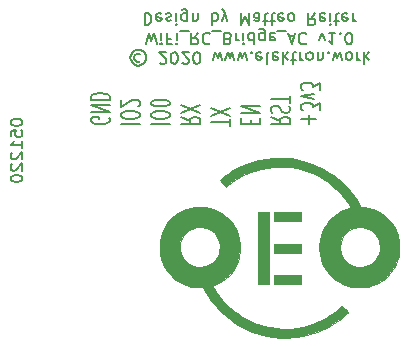
<source format=gbr>
%TF.GenerationSoftware,KiCad,Pcbnew,(5.1.7)-1*%
%TF.CreationDate,2020-12-05T12:34:15+01:00*%
%TF.ProjectId,WiFi-RC-Switch-Bridge_Outlet,57694669-2d52-4432-9d53-77697463682d,rev?*%
%TF.SameCoordinates,Original*%
%TF.FileFunction,Legend,Bot*%
%TF.FilePolarity,Positive*%
%FSLAX46Y46*%
G04 Gerber Fmt 4.6, Leading zero omitted, Abs format (unit mm)*
G04 Created by KiCad (PCBNEW (5.1.7)-1) date 2020-12-05 12:34:15*
%MOMM*%
%LPD*%
G01*
G04 APERTURE LIST*
%ADD10C,0.150000*%
%ADD11C,0.010000*%
G04 APERTURE END LIST*
D10*
X113117380Y-103616428D02*
X113117380Y-103711666D01*
X113165000Y-103806904D01*
X113212619Y-103854523D01*
X113307857Y-103902142D01*
X113498333Y-103949761D01*
X113736428Y-103949761D01*
X113926904Y-103902142D01*
X114022142Y-103854523D01*
X114069761Y-103806904D01*
X114117380Y-103711666D01*
X114117380Y-103616428D01*
X114069761Y-103521190D01*
X114022142Y-103473571D01*
X113926904Y-103425952D01*
X113736428Y-103378333D01*
X113498333Y-103378333D01*
X113307857Y-103425952D01*
X113212619Y-103473571D01*
X113165000Y-103521190D01*
X113117380Y-103616428D01*
X113117380Y-104854523D02*
X113117380Y-104378333D01*
X113593571Y-104330714D01*
X113545952Y-104378333D01*
X113498333Y-104473571D01*
X113498333Y-104711666D01*
X113545952Y-104806904D01*
X113593571Y-104854523D01*
X113688809Y-104902142D01*
X113926904Y-104902142D01*
X114022142Y-104854523D01*
X114069761Y-104806904D01*
X114117380Y-104711666D01*
X114117380Y-104473571D01*
X114069761Y-104378333D01*
X114022142Y-104330714D01*
X114117380Y-105854523D02*
X114117380Y-105283095D01*
X114117380Y-105568809D02*
X113117380Y-105568809D01*
X113260238Y-105473571D01*
X113355476Y-105378333D01*
X113403095Y-105283095D01*
X113212619Y-106235476D02*
X113165000Y-106283095D01*
X113117380Y-106378333D01*
X113117380Y-106616428D01*
X113165000Y-106711666D01*
X113212619Y-106759285D01*
X113307857Y-106806904D01*
X113403095Y-106806904D01*
X113545952Y-106759285D01*
X114117380Y-106187857D01*
X114117380Y-106806904D01*
X113212619Y-107187857D02*
X113165000Y-107235476D01*
X113117380Y-107330714D01*
X113117380Y-107568809D01*
X113165000Y-107664047D01*
X113212619Y-107711666D01*
X113307857Y-107759285D01*
X113403095Y-107759285D01*
X113545952Y-107711666D01*
X114117380Y-107140238D01*
X114117380Y-107759285D01*
X113117380Y-108378333D02*
X113117380Y-108473571D01*
X113165000Y-108568809D01*
X113212619Y-108616428D01*
X113307857Y-108664047D01*
X113498333Y-108711666D01*
X113736428Y-108711666D01*
X113926904Y-108664047D01*
X114022142Y-108616428D01*
X114069761Y-108568809D01*
X114117380Y-108473571D01*
X114117380Y-108378333D01*
X114069761Y-108283095D01*
X114022142Y-108235476D01*
X113926904Y-108187857D01*
X113736428Y-108140238D01*
X113498333Y-108140238D01*
X113307857Y-108187857D01*
X113212619Y-108235476D01*
X113165000Y-108283095D01*
X113117380Y-108378333D01*
X138350714Y-103804404D02*
X138350714Y-103042500D01*
X137741190Y-103423452D02*
X138960238Y-103423452D01*
X139341190Y-102661547D02*
X139341190Y-102042500D01*
X138731666Y-102375833D01*
X138731666Y-102232976D01*
X138655476Y-102137738D01*
X138579285Y-102090119D01*
X138426904Y-102042500D01*
X138045952Y-102042500D01*
X137893571Y-102090119D01*
X137817380Y-102137738D01*
X137741190Y-102232976D01*
X137741190Y-102518690D01*
X137817380Y-102613928D01*
X137893571Y-102661547D01*
X138807857Y-101709166D02*
X137741190Y-101471071D01*
X138807857Y-101232976D01*
X139341190Y-100947261D02*
X139341190Y-100328214D01*
X138731666Y-100661547D01*
X138731666Y-100518690D01*
X138655476Y-100423452D01*
X138579285Y-100375833D01*
X138426904Y-100328214D01*
X138045952Y-100328214D01*
X137893571Y-100375833D01*
X137817380Y-100423452D01*
X137741190Y-100518690D01*
X137741190Y-100804404D01*
X137817380Y-100899642D01*
X137893571Y-100947261D01*
X135191190Y-103232976D02*
X135953095Y-103566309D01*
X135191190Y-103804404D02*
X136791190Y-103804404D01*
X136791190Y-103423452D01*
X136715000Y-103328214D01*
X136638809Y-103280595D01*
X136486428Y-103232976D01*
X136257857Y-103232976D01*
X136105476Y-103280595D01*
X136029285Y-103328214D01*
X135953095Y-103423452D01*
X135953095Y-103804404D01*
X135267380Y-102852023D02*
X135191190Y-102709166D01*
X135191190Y-102471071D01*
X135267380Y-102375833D01*
X135343571Y-102328214D01*
X135495952Y-102280595D01*
X135648333Y-102280595D01*
X135800714Y-102328214D01*
X135876904Y-102375833D01*
X135953095Y-102471071D01*
X136029285Y-102661547D01*
X136105476Y-102756785D01*
X136181666Y-102804404D01*
X136334047Y-102852023D01*
X136486428Y-102852023D01*
X136638809Y-102804404D01*
X136715000Y-102756785D01*
X136791190Y-102661547D01*
X136791190Y-102423452D01*
X136715000Y-102280595D01*
X136791190Y-101994880D02*
X136791190Y-101423452D01*
X135191190Y-101709166D02*
X136791190Y-101709166D01*
X133479285Y-103804404D02*
X133479285Y-103471071D01*
X132641190Y-103328214D02*
X132641190Y-103804404D01*
X134241190Y-103804404D01*
X134241190Y-103328214D01*
X132641190Y-102899642D02*
X134241190Y-102899642D01*
X132641190Y-102328214D01*
X134241190Y-102328214D01*
X131691190Y-103947261D02*
X131691190Y-103375833D01*
X130091190Y-103661547D02*
X131691190Y-103661547D01*
X131691190Y-103137738D02*
X130091190Y-102471071D01*
X131691190Y-102471071D02*
X130091190Y-103137738D01*
X127541190Y-103232976D02*
X128303095Y-103566309D01*
X127541190Y-103804404D02*
X129141190Y-103804404D01*
X129141190Y-103423452D01*
X129065000Y-103328214D01*
X128988809Y-103280595D01*
X128836428Y-103232976D01*
X128607857Y-103232976D01*
X128455476Y-103280595D01*
X128379285Y-103328214D01*
X128303095Y-103423452D01*
X128303095Y-103804404D01*
X129141190Y-102899642D02*
X127541190Y-102232976D01*
X129141190Y-102232976D02*
X127541190Y-102899642D01*
X124991190Y-103804404D02*
X126591190Y-103804404D01*
X126591190Y-103137738D02*
X126591190Y-102947261D01*
X126515000Y-102852023D01*
X126362619Y-102756785D01*
X126057857Y-102709166D01*
X125524523Y-102709166D01*
X125219761Y-102756785D01*
X125067380Y-102852023D01*
X124991190Y-102947261D01*
X124991190Y-103137738D01*
X125067380Y-103232976D01*
X125219761Y-103328214D01*
X125524523Y-103375833D01*
X126057857Y-103375833D01*
X126362619Y-103328214D01*
X126515000Y-103232976D01*
X126591190Y-103137738D01*
X126591190Y-102090119D02*
X126591190Y-101994880D01*
X126515000Y-101899642D01*
X126438809Y-101852023D01*
X126286428Y-101804404D01*
X125981666Y-101756785D01*
X125600714Y-101756785D01*
X125295952Y-101804404D01*
X125143571Y-101852023D01*
X125067380Y-101899642D01*
X124991190Y-101994880D01*
X124991190Y-102090119D01*
X125067380Y-102185357D01*
X125143571Y-102232976D01*
X125295952Y-102280595D01*
X125600714Y-102328214D01*
X125981666Y-102328214D01*
X126286428Y-102280595D01*
X126438809Y-102232976D01*
X126515000Y-102185357D01*
X126591190Y-102090119D01*
X122441190Y-103804404D02*
X124041190Y-103804404D01*
X124041190Y-103137738D02*
X124041190Y-102947261D01*
X123965000Y-102852023D01*
X123812619Y-102756785D01*
X123507857Y-102709166D01*
X122974523Y-102709166D01*
X122669761Y-102756785D01*
X122517380Y-102852023D01*
X122441190Y-102947261D01*
X122441190Y-103137738D01*
X122517380Y-103232976D01*
X122669761Y-103328214D01*
X122974523Y-103375833D01*
X123507857Y-103375833D01*
X123812619Y-103328214D01*
X123965000Y-103232976D01*
X124041190Y-103137738D01*
X123888809Y-102328214D02*
X123965000Y-102280595D01*
X124041190Y-102185357D01*
X124041190Y-101947261D01*
X123965000Y-101852023D01*
X123888809Y-101804404D01*
X123736428Y-101756785D01*
X123584047Y-101756785D01*
X123355476Y-101804404D01*
X122441190Y-102375833D01*
X122441190Y-101756785D01*
X121415000Y-103280595D02*
X121491190Y-103375833D01*
X121491190Y-103518690D01*
X121415000Y-103661547D01*
X121262619Y-103756785D01*
X121110238Y-103804404D01*
X120805476Y-103852023D01*
X120576904Y-103852023D01*
X120272142Y-103804404D01*
X120119761Y-103756785D01*
X119967380Y-103661547D01*
X119891190Y-103518690D01*
X119891190Y-103423452D01*
X119967380Y-103280595D01*
X120043571Y-103232976D01*
X120576904Y-103232976D01*
X120576904Y-103423452D01*
X119891190Y-102804404D02*
X121491190Y-102804404D01*
X119891190Y-102232976D01*
X121491190Y-102232976D01*
X119891190Y-101756785D02*
X121491190Y-101756785D01*
X121491190Y-101518690D01*
X121415000Y-101375833D01*
X121262619Y-101280595D01*
X121110238Y-101232976D01*
X120805476Y-101185357D01*
X120576904Y-101185357D01*
X120272142Y-101232976D01*
X120119761Y-101280595D01*
X119967380Y-101375833D01*
X119891190Y-101518690D01*
X119891190Y-101756785D01*
X124111904Y-98479523D02*
X124016666Y-98527142D01*
X123826190Y-98527142D01*
X123730952Y-98479523D01*
X123635714Y-98384285D01*
X123588095Y-98289047D01*
X123588095Y-98098571D01*
X123635714Y-98003333D01*
X123730952Y-97908095D01*
X123826190Y-97860476D01*
X124016666Y-97860476D01*
X124111904Y-97908095D01*
X123921428Y-98860476D02*
X123683333Y-98812857D01*
X123445238Y-98670000D01*
X123302380Y-98431904D01*
X123254761Y-98193809D01*
X123302380Y-97955714D01*
X123445238Y-97717619D01*
X123683333Y-97574761D01*
X123921428Y-97527142D01*
X124159523Y-97574761D01*
X124397619Y-97717619D01*
X124540476Y-97955714D01*
X124588095Y-98193809D01*
X124540476Y-98431904D01*
X124397619Y-98670000D01*
X124159523Y-98812857D01*
X123921428Y-98860476D01*
X125730952Y-98622380D02*
X125778571Y-98670000D01*
X125873809Y-98717619D01*
X126111904Y-98717619D01*
X126207142Y-98670000D01*
X126254761Y-98622380D01*
X126302380Y-98527142D01*
X126302380Y-98431904D01*
X126254761Y-98289047D01*
X125683333Y-97717619D01*
X126302380Y-97717619D01*
X126921428Y-98717619D02*
X127016666Y-98717619D01*
X127111904Y-98670000D01*
X127159523Y-98622380D01*
X127207142Y-98527142D01*
X127254761Y-98336666D01*
X127254761Y-98098571D01*
X127207142Y-97908095D01*
X127159523Y-97812857D01*
X127111904Y-97765238D01*
X127016666Y-97717619D01*
X126921428Y-97717619D01*
X126826190Y-97765238D01*
X126778571Y-97812857D01*
X126730952Y-97908095D01*
X126683333Y-98098571D01*
X126683333Y-98336666D01*
X126730952Y-98527142D01*
X126778571Y-98622380D01*
X126826190Y-98670000D01*
X126921428Y-98717619D01*
X127635714Y-98622380D02*
X127683333Y-98670000D01*
X127778571Y-98717619D01*
X128016666Y-98717619D01*
X128111904Y-98670000D01*
X128159523Y-98622380D01*
X128207142Y-98527142D01*
X128207142Y-98431904D01*
X128159523Y-98289047D01*
X127588095Y-97717619D01*
X128207142Y-97717619D01*
X128826190Y-98717619D02*
X128921428Y-98717619D01*
X129016666Y-98670000D01*
X129064285Y-98622380D01*
X129111904Y-98527142D01*
X129159523Y-98336666D01*
X129159523Y-98098571D01*
X129111904Y-97908095D01*
X129064285Y-97812857D01*
X129016666Y-97765238D01*
X128921428Y-97717619D01*
X128826190Y-97717619D01*
X128730952Y-97765238D01*
X128683333Y-97812857D01*
X128635714Y-97908095D01*
X128588095Y-98098571D01*
X128588095Y-98336666D01*
X128635714Y-98527142D01*
X128683333Y-98622380D01*
X128730952Y-98670000D01*
X128826190Y-98717619D01*
X130254761Y-98384285D02*
X130445238Y-97717619D01*
X130635714Y-98193809D01*
X130826190Y-97717619D01*
X131016666Y-98384285D01*
X131302380Y-98384285D02*
X131492857Y-97717619D01*
X131683333Y-98193809D01*
X131873809Y-97717619D01*
X132064285Y-98384285D01*
X132350000Y-98384285D02*
X132540476Y-97717619D01*
X132730952Y-98193809D01*
X132921428Y-97717619D01*
X133111904Y-98384285D01*
X133492857Y-97812857D02*
X133540476Y-97765238D01*
X133492857Y-97717619D01*
X133445238Y-97765238D01*
X133492857Y-97812857D01*
X133492857Y-97717619D01*
X134350000Y-97765238D02*
X134254761Y-97717619D01*
X134064285Y-97717619D01*
X133969047Y-97765238D01*
X133921428Y-97860476D01*
X133921428Y-98241428D01*
X133969047Y-98336666D01*
X134064285Y-98384285D01*
X134254761Y-98384285D01*
X134350000Y-98336666D01*
X134397619Y-98241428D01*
X134397619Y-98146190D01*
X133921428Y-98050952D01*
X134969047Y-97717619D02*
X134873809Y-97765238D01*
X134826190Y-97860476D01*
X134826190Y-98717619D01*
X135730952Y-97765238D02*
X135635714Y-97717619D01*
X135445238Y-97717619D01*
X135350000Y-97765238D01*
X135302380Y-97860476D01*
X135302380Y-98241428D01*
X135350000Y-98336666D01*
X135445238Y-98384285D01*
X135635714Y-98384285D01*
X135730952Y-98336666D01*
X135778571Y-98241428D01*
X135778571Y-98146190D01*
X135302380Y-98050952D01*
X136207142Y-97717619D02*
X136207142Y-98717619D01*
X136302380Y-98098571D02*
X136588095Y-97717619D01*
X136588095Y-98384285D02*
X136207142Y-98003333D01*
X136873809Y-98384285D02*
X137254761Y-98384285D01*
X137016666Y-98717619D02*
X137016666Y-97860476D01*
X137064285Y-97765238D01*
X137159523Y-97717619D01*
X137254761Y-97717619D01*
X137588095Y-97717619D02*
X137588095Y-98384285D01*
X137588095Y-98193809D02*
X137635714Y-98289047D01*
X137683333Y-98336666D01*
X137778571Y-98384285D01*
X137873809Y-98384285D01*
X138350000Y-97717619D02*
X138254761Y-97765238D01*
X138207142Y-97812857D01*
X138159523Y-97908095D01*
X138159523Y-98193809D01*
X138207142Y-98289047D01*
X138254761Y-98336666D01*
X138350000Y-98384285D01*
X138492857Y-98384285D01*
X138588095Y-98336666D01*
X138635714Y-98289047D01*
X138683333Y-98193809D01*
X138683333Y-97908095D01*
X138635714Y-97812857D01*
X138588095Y-97765238D01*
X138492857Y-97717619D01*
X138350000Y-97717619D01*
X139111904Y-98384285D02*
X139111904Y-97717619D01*
X139111904Y-98289047D02*
X139159523Y-98336666D01*
X139254761Y-98384285D01*
X139397619Y-98384285D01*
X139492857Y-98336666D01*
X139540476Y-98241428D01*
X139540476Y-97717619D01*
X140016666Y-97812857D02*
X140064285Y-97765238D01*
X140016666Y-97717619D01*
X139969047Y-97765238D01*
X140016666Y-97812857D01*
X140016666Y-97717619D01*
X140397619Y-98384285D02*
X140588095Y-97717619D01*
X140778571Y-98193809D01*
X140969047Y-97717619D01*
X141159523Y-98384285D01*
X141683333Y-97717619D02*
X141588095Y-97765238D01*
X141540476Y-97812857D01*
X141492857Y-97908095D01*
X141492857Y-98193809D01*
X141540476Y-98289047D01*
X141588095Y-98336666D01*
X141683333Y-98384285D01*
X141826190Y-98384285D01*
X141921428Y-98336666D01*
X141969047Y-98289047D01*
X142016666Y-98193809D01*
X142016666Y-97908095D01*
X141969047Y-97812857D01*
X141921428Y-97765238D01*
X141826190Y-97717619D01*
X141683333Y-97717619D01*
X142445238Y-97717619D02*
X142445238Y-98384285D01*
X142445238Y-98193809D02*
X142492857Y-98289047D01*
X142540476Y-98336666D01*
X142635714Y-98384285D01*
X142730952Y-98384285D01*
X143064285Y-97717619D02*
X143064285Y-98717619D01*
X143159523Y-98098571D02*
X143445238Y-97717619D01*
X143445238Y-98384285D02*
X143064285Y-98003333D01*
X124611904Y-97067619D02*
X124850000Y-96067619D01*
X125040476Y-96781904D01*
X125230952Y-96067619D01*
X125469047Y-97067619D01*
X125850000Y-96067619D02*
X125850000Y-96734285D01*
X125850000Y-97067619D02*
X125802380Y-97020000D01*
X125850000Y-96972380D01*
X125897619Y-97020000D01*
X125850000Y-97067619D01*
X125850000Y-96972380D01*
X126659523Y-96591428D02*
X126326190Y-96591428D01*
X126326190Y-96067619D02*
X126326190Y-97067619D01*
X126802380Y-97067619D01*
X127183333Y-96067619D02*
X127183333Y-96734285D01*
X127183333Y-97067619D02*
X127135714Y-97020000D01*
X127183333Y-96972380D01*
X127230952Y-97020000D01*
X127183333Y-97067619D01*
X127183333Y-96972380D01*
X127421428Y-95972380D02*
X128183333Y-95972380D01*
X128992857Y-96067619D02*
X128659523Y-96543809D01*
X128421428Y-96067619D02*
X128421428Y-97067619D01*
X128802380Y-97067619D01*
X128897619Y-97020000D01*
X128945238Y-96972380D01*
X128992857Y-96877142D01*
X128992857Y-96734285D01*
X128945238Y-96639047D01*
X128897619Y-96591428D01*
X128802380Y-96543809D01*
X128421428Y-96543809D01*
X129992857Y-96162857D02*
X129945238Y-96115238D01*
X129802380Y-96067619D01*
X129707142Y-96067619D01*
X129564285Y-96115238D01*
X129469047Y-96210476D01*
X129421428Y-96305714D01*
X129373809Y-96496190D01*
X129373809Y-96639047D01*
X129421428Y-96829523D01*
X129469047Y-96924761D01*
X129564285Y-97020000D01*
X129707142Y-97067619D01*
X129802380Y-97067619D01*
X129945238Y-97020000D01*
X129992857Y-96972380D01*
X130183333Y-95972380D02*
X130945238Y-95972380D01*
X131516666Y-96591428D02*
X131659523Y-96543809D01*
X131707142Y-96496190D01*
X131754761Y-96400952D01*
X131754761Y-96258095D01*
X131707142Y-96162857D01*
X131659523Y-96115238D01*
X131564285Y-96067619D01*
X131183333Y-96067619D01*
X131183333Y-97067619D01*
X131516666Y-97067619D01*
X131611904Y-97020000D01*
X131659523Y-96972380D01*
X131707142Y-96877142D01*
X131707142Y-96781904D01*
X131659523Y-96686666D01*
X131611904Y-96639047D01*
X131516666Y-96591428D01*
X131183333Y-96591428D01*
X132183333Y-96067619D02*
X132183333Y-96734285D01*
X132183333Y-96543809D02*
X132230952Y-96639047D01*
X132278571Y-96686666D01*
X132373809Y-96734285D01*
X132469047Y-96734285D01*
X132802380Y-96067619D02*
X132802380Y-96734285D01*
X132802380Y-97067619D02*
X132754761Y-97020000D01*
X132802380Y-96972380D01*
X132850000Y-97020000D01*
X132802380Y-97067619D01*
X132802380Y-96972380D01*
X133707142Y-96067619D02*
X133707142Y-97067619D01*
X133707142Y-96115238D02*
X133611904Y-96067619D01*
X133421428Y-96067619D01*
X133326190Y-96115238D01*
X133278571Y-96162857D01*
X133230952Y-96258095D01*
X133230952Y-96543809D01*
X133278571Y-96639047D01*
X133326190Y-96686666D01*
X133421428Y-96734285D01*
X133611904Y-96734285D01*
X133707142Y-96686666D01*
X134611904Y-96734285D02*
X134611904Y-95924761D01*
X134564285Y-95829523D01*
X134516666Y-95781904D01*
X134421428Y-95734285D01*
X134278571Y-95734285D01*
X134183333Y-95781904D01*
X134611904Y-96115238D02*
X134516666Y-96067619D01*
X134326190Y-96067619D01*
X134230952Y-96115238D01*
X134183333Y-96162857D01*
X134135714Y-96258095D01*
X134135714Y-96543809D01*
X134183333Y-96639047D01*
X134230952Y-96686666D01*
X134326190Y-96734285D01*
X134516666Y-96734285D01*
X134611904Y-96686666D01*
X135469047Y-96115238D02*
X135373809Y-96067619D01*
X135183333Y-96067619D01*
X135088095Y-96115238D01*
X135040476Y-96210476D01*
X135040476Y-96591428D01*
X135088095Y-96686666D01*
X135183333Y-96734285D01*
X135373809Y-96734285D01*
X135469047Y-96686666D01*
X135516666Y-96591428D01*
X135516666Y-96496190D01*
X135040476Y-96400952D01*
X135707142Y-95972380D02*
X136469047Y-95972380D01*
X136659523Y-96353333D02*
X137135714Y-96353333D01*
X136564285Y-96067619D02*
X136897619Y-97067619D01*
X137230952Y-96067619D01*
X138135714Y-96162857D02*
X138088095Y-96115238D01*
X137945238Y-96067619D01*
X137850000Y-96067619D01*
X137707142Y-96115238D01*
X137611904Y-96210476D01*
X137564285Y-96305714D01*
X137516666Y-96496190D01*
X137516666Y-96639047D01*
X137564285Y-96829523D01*
X137611904Y-96924761D01*
X137707142Y-97020000D01*
X137850000Y-97067619D01*
X137945238Y-97067619D01*
X138088095Y-97020000D01*
X138135714Y-96972380D01*
X139230952Y-96734285D02*
X139469047Y-96067619D01*
X139707142Y-96734285D01*
X140611904Y-96067619D02*
X140040476Y-96067619D01*
X140326190Y-96067619D02*
X140326190Y-97067619D01*
X140230952Y-96924761D01*
X140135714Y-96829523D01*
X140040476Y-96781904D01*
X141040476Y-96162857D02*
X141088095Y-96115238D01*
X141040476Y-96067619D01*
X140992857Y-96115238D01*
X141040476Y-96162857D01*
X141040476Y-96067619D01*
X141707142Y-97067619D02*
X141802380Y-97067619D01*
X141897619Y-97020000D01*
X141945238Y-96972380D01*
X141992857Y-96877142D01*
X142040476Y-96686666D01*
X142040476Y-96448571D01*
X141992857Y-96258095D01*
X141945238Y-96162857D01*
X141897619Y-96115238D01*
X141802380Y-96067619D01*
X141707142Y-96067619D01*
X141611904Y-96115238D01*
X141564285Y-96162857D01*
X141516666Y-96258095D01*
X141469047Y-96448571D01*
X141469047Y-96686666D01*
X141516666Y-96877142D01*
X141564285Y-96972380D01*
X141611904Y-97020000D01*
X141707142Y-97067619D01*
X124469047Y-94417619D02*
X124469047Y-95417619D01*
X124707142Y-95417619D01*
X124850000Y-95370000D01*
X124945238Y-95274761D01*
X124992857Y-95179523D01*
X125040476Y-94989047D01*
X125040476Y-94846190D01*
X124992857Y-94655714D01*
X124945238Y-94560476D01*
X124850000Y-94465238D01*
X124707142Y-94417619D01*
X124469047Y-94417619D01*
X125850000Y-94465238D02*
X125754761Y-94417619D01*
X125564285Y-94417619D01*
X125469047Y-94465238D01*
X125421428Y-94560476D01*
X125421428Y-94941428D01*
X125469047Y-95036666D01*
X125564285Y-95084285D01*
X125754761Y-95084285D01*
X125850000Y-95036666D01*
X125897619Y-94941428D01*
X125897619Y-94846190D01*
X125421428Y-94750952D01*
X126278571Y-94465238D02*
X126373809Y-94417619D01*
X126564285Y-94417619D01*
X126659523Y-94465238D01*
X126707142Y-94560476D01*
X126707142Y-94608095D01*
X126659523Y-94703333D01*
X126564285Y-94750952D01*
X126421428Y-94750952D01*
X126326190Y-94798571D01*
X126278571Y-94893809D01*
X126278571Y-94941428D01*
X126326190Y-95036666D01*
X126421428Y-95084285D01*
X126564285Y-95084285D01*
X126659523Y-95036666D01*
X127135714Y-94417619D02*
X127135714Y-95084285D01*
X127135714Y-95417619D02*
X127088095Y-95370000D01*
X127135714Y-95322380D01*
X127183333Y-95370000D01*
X127135714Y-95417619D01*
X127135714Y-95322380D01*
X128040476Y-95084285D02*
X128040476Y-94274761D01*
X127992857Y-94179523D01*
X127945238Y-94131904D01*
X127850000Y-94084285D01*
X127707142Y-94084285D01*
X127611904Y-94131904D01*
X128040476Y-94465238D02*
X127945238Y-94417619D01*
X127754761Y-94417619D01*
X127659523Y-94465238D01*
X127611904Y-94512857D01*
X127564285Y-94608095D01*
X127564285Y-94893809D01*
X127611904Y-94989047D01*
X127659523Y-95036666D01*
X127754761Y-95084285D01*
X127945238Y-95084285D01*
X128040476Y-95036666D01*
X128516666Y-95084285D02*
X128516666Y-94417619D01*
X128516666Y-94989047D02*
X128564285Y-95036666D01*
X128659523Y-95084285D01*
X128802380Y-95084285D01*
X128897619Y-95036666D01*
X128945238Y-94941428D01*
X128945238Y-94417619D01*
X130183333Y-94417619D02*
X130183333Y-95417619D01*
X130183333Y-95036666D02*
X130278571Y-95084285D01*
X130469047Y-95084285D01*
X130564285Y-95036666D01*
X130611904Y-94989047D01*
X130659523Y-94893809D01*
X130659523Y-94608095D01*
X130611904Y-94512857D01*
X130564285Y-94465238D01*
X130469047Y-94417619D01*
X130278571Y-94417619D01*
X130183333Y-94465238D01*
X130992857Y-95084285D02*
X131230952Y-94417619D01*
X131469047Y-95084285D02*
X131230952Y-94417619D01*
X131135714Y-94179523D01*
X131088095Y-94131904D01*
X130992857Y-94084285D01*
X132611904Y-94417619D02*
X132611904Y-95417619D01*
X132945238Y-94703333D01*
X133278571Y-95417619D01*
X133278571Y-94417619D01*
X134183333Y-94417619D02*
X134183333Y-94941428D01*
X134135714Y-95036666D01*
X134040476Y-95084285D01*
X133850000Y-95084285D01*
X133754761Y-95036666D01*
X134183333Y-94465238D02*
X134088095Y-94417619D01*
X133850000Y-94417619D01*
X133754761Y-94465238D01*
X133707142Y-94560476D01*
X133707142Y-94655714D01*
X133754761Y-94750952D01*
X133850000Y-94798571D01*
X134088095Y-94798571D01*
X134183333Y-94846190D01*
X134516666Y-95084285D02*
X134897619Y-95084285D01*
X134659523Y-95417619D02*
X134659523Y-94560476D01*
X134707142Y-94465238D01*
X134802380Y-94417619D01*
X134897619Y-94417619D01*
X135088095Y-95084285D02*
X135469047Y-95084285D01*
X135230952Y-95417619D02*
X135230952Y-94560476D01*
X135278571Y-94465238D01*
X135373809Y-94417619D01*
X135469047Y-94417619D01*
X136183333Y-94465238D02*
X136088095Y-94417619D01*
X135897619Y-94417619D01*
X135802380Y-94465238D01*
X135754761Y-94560476D01*
X135754761Y-94941428D01*
X135802380Y-95036666D01*
X135897619Y-95084285D01*
X136088095Y-95084285D01*
X136183333Y-95036666D01*
X136230952Y-94941428D01*
X136230952Y-94846190D01*
X135754761Y-94750952D01*
X136802380Y-94417619D02*
X136707142Y-94465238D01*
X136659523Y-94512857D01*
X136611904Y-94608095D01*
X136611904Y-94893809D01*
X136659523Y-94989047D01*
X136707142Y-95036666D01*
X136802380Y-95084285D01*
X136945238Y-95084285D01*
X137040476Y-95036666D01*
X137088095Y-94989047D01*
X137135714Y-94893809D01*
X137135714Y-94608095D01*
X137088095Y-94512857D01*
X137040476Y-94465238D01*
X136945238Y-94417619D01*
X136802380Y-94417619D01*
X138897619Y-94417619D02*
X138564285Y-94893809D01*
X138326190Y-94417619D02*
X138326190Y-95417619D01*
X138707142Y-95417619D01*
X138802380Y-95370000D01*
X138850000Y-95322380D01*
X138897619Y-95227142D01*
X138897619Y-95084285D01*
X138850000Y-94989047D01*
X138802380Y-94941428D01*
X138707142Y-94893809D01*
X138326190Y-94893809D01*
X139707142Y-94465238D02*
X139611904Y-94417619D01*
X139421428Y-94417619D01*
X139326190Y-94465238D01*
X139278571Y-94560476D01*
X139278571Y-94941428D01*
X139326190Y-95036666D01*
X139421428Y-95084285D01*
X139611904Y-95084285D01*
X139707142Y-95036666D01*
X139754761Y-94941428D01*
X139754761Y-94846190D01*
X139278571Y-94750952D01*
X140183333Y-94417619D02*
X140183333Y-95084285D01*
X140183333Y-95417619D02*
X140135714Y-95370000D01*
X140183333Y-95322380D01*
X140230952Y-95370000D01*
X140183333Y-95417619D01*
X140183333Y-95322380D01*
X140516666Y-95084285D02*
X140897619Y-95084285D01*
X140659523Y-95417619D02*
X140659523Y-94560476D01*
X140707142Y-94465238D01*
X140802380Y-94417619D01*
X140897619Y-94417619D01*
X141611904Y-94465238D02*
X141516666Y-94417619D01*
X141326190Y-94417619D01*
X141230952Y-94465238D01*
X141183333Y-94560476D01*
X141183333Y-94941428D01*
X141230952Y-95036666D01*
X141326190Y-95084285D01*
X141516666Y-95084285D01*
X141611904Y-95036666D01*
X141659523Y-94941428D01*
X141659523Y-94846190D01*
X141183333Y-94750952D01*
X142088095Y-94417619D02*
X142088095Y-95084285D01*
X142088095Y-94893809D02*
X142135714Y-94989047D01*
X142183333Y-95036666D01*
X142278571Y-95084285D01*
X142373809Y-95084285D01*
D11*
%TO.C,G\u002A\u002A\u002A*%
G36*
X142834902Y-117636253D02*
G01*
X142972516Y-117632541D01*
X143084536Y-117625337D01*
X143183560Y-117613495D01*
X143282184Y-117595873D01*
X143393003Y-117571324D01*
X143395700Y-117570691D01*
X143731174Y-117479157D01*
X144028273Y-117370140D01*
X144297591Y-117239659D01*
X144338882Y-117216485D01*
X144689658Y-116988127D01*
X145001977Y-116726603D01*
X145275493Y-116432337D01*
X145509860Y-116105751D01*
X145704730Y-115747271D01*
X145859608Y-115357765D01*
X145964984Y-114962322D01*
X146023668Y-114553509D01*
X146035588Y-114138129D01*
X146000674Y-113722987D01*
X145918855Y-113314885D01*
X145882153Y-113184905D01*
X145742534Y-112809883D01*
X145560172Y-112458544D01*
X145338631Y-112133791D01*
X145081474Y-111838527D01*
X144792265Y-111575656D01*
X144474569Y-111348079D01*
X144131948Y-111158699D01*
X143767966Y-111010419D01*
X143386189Y-110906142D01*
X143016827Y-110851067D01*
X142815755Y-110832900D01*
X142641327Y-110543462D01*
X142323335Y-110055498D01*
X141971360Y-109588450D01*
X141590758Y-109148053D01*
X141186881Y-108740043D01*
X140765082Y-108370156D01*
X140330715Y-108044126D01*
X140270008Y-108002847D01*
X139765668Y-107693125D01*
X139229766Y-107418443D01*
X138670109Y-107181735D01*
X138094506Y-106985936D01*
X137510764Y-106833981D01*
X136926690Y-106728804D01*
X136855200Y-106719240D01*
X136657421Y-106698639D01*
X136428796Y-106682750D01*
X136183726Y-106671943D01*
X135936616Y-106666589D01*
X135701870Y-106667057D01*
X135493891Y-106673718D01*
X135382000Y-106681358D01*
X134749584Y-106757767D01*
X134141726Y-106873201D01*
X133560882Y-107026935D01*
X133009509Y-107218243D01*
X132490063Y-107446400D01*
X132113811Y-107646493D01*
X131968176Y-107733217D01*
X131812068Y-107831115D01*
X131650993Y-107936238D01*
X131490456Y-108044636D01*
X131335960Y-108152360D01*
X131193011Y-108255461D01*
X131067114Y-108349990D01*
X130963772Y-108431997D01*
X130888492Y-108497533D01*
X130846777Y-108542649D01*
X130840512Y-108560009D01*
X130859762Y-108588119D01*
X130904414Y-108644442D01*
X130967218Y-108720523D01*
X131040927Y-108807904D01*
X131118292Y-108898132D01*
X131192064Y-108982749D01*
X131254994Y-109053300D01*
X131299835Y-109101329D01*
X131319179Y-109118400D01*
X131343825Y-109103435D01*
X131399263Y-109062845D01*
X131476900Y-109003089D01*
X131555217Y-108941015D01*
X131867596Y-108707755D01*
X132212766Y-108480714D01*
X132575679Y-108268643D01*
X132941289Y-108080288D01*
X133294550Y-107924401D01*
X133323059Y-107913110D01*
X133799689Y-107748665D01*
X134301025Y-107617855D01*
X134818717Y-107521396D01*
X135344416Y-107460001D01*
X135869773Y-107434387D01*
X136386438Y-107445268D01*
X136886062Y-107493357D01*
X137322247Y-107570803D01*
X137832587Y-107703964D01*
X138345736Y-107876825D01*
X138847738Y-108083875D01*
X139324633Y-108319604D01*
X139567343Y-108457202D01*
X139967899Y-108720582D01*
X140363105Y-109028916D01*
X140746964Y-109376360D01*
X141113478Y-109757074D01*
X141456649Y-110165214D01*
X141770480Y-110594938D01*
X141786852Y-110619205D01*
X141964534Y-110883700D01*
X141841917Y-110916153D01*
X141539723Y-111005031D01*
X141274186Y-111103596D01*
X141031290Y-111217949D01*
X140797018Y-111354186D01*
X140720605Y-111404055D01*
X140397860Y-111649701D01*
X140111630Y-111929023D01*
X139863490Y-112238819D01*
X139655015Y-112575889D01*
X139487781Y-112937032D01*
X139363363Y-113319047D01*
X139283335Y-113718733D01*
X139249644Y-114128407D01*
X141014096Y-114128407D01*
X141052338Y-113841419D01*
X141137746Y-113570623D01*
X141269371Y-113318801D01*
X141446259Y-113088736D01*
X141502881Y-113029482D01*
X141722262Y-112842112D01*
X141960608Y-112701043D01*
X142221468Y-112604595D01*
X142508388Y-112551088D01*
X142514578Y-112550428D01*
X142665944Y-112539938D01*
X142807947Y-112543658D01*
X142961184Y-112562947D01*
X143098186Y-112588928D01*
X143358406Y-112668123D01*
X143597182Y-112790202D01*
X143810820Y-112950451D01*
X143995625Y-113144156D01*
X144147905Y-113366605D01*
X144263965Y-113613082D01*
X144340111Y-113878874D01*
X144372650Y-114159267D01*
X144373600Y-114216499D01*
X144350168Y-114510385D01*
X144282362Y-114785459D01*
X144173915Y-115038402D01*
X144028560Y-115265893D01*
X143850032Y-115464612D01*
X143642063Y-115631240D01*
X143408386Y-115762456D01*
X143152737Y-115854940D01*
X142878847Y-115905372D01*
X142590450Y-115910432D01*
X142480374Y-115900085D01*
X142190827Y-115840178D01*
X141925386Y-115737336D01*
X141687305Y-115594847D01*
X141479840Y-115415999D01*
X141306247Y-115204083D01*
X141169780Y-114962385D01*
X141073695Y-114694195D01*
X141023974Y-114428808D01*
X141014096Y-114128407D01*
X139249644Y-114128407D01*
X139249275Y-114132889D01*
X139251640Y-114388900D01*
X139292620Y-114816831D01*
X139377654Y-115219713D01*
X139507145Y-115598483D01*
X139681495Y-115954080D01*
X139901108Y-116287442D01*
X140166388Y-116599506D01*
X140230132Y-116664612D01*
X140513419Y-116921545D01*
X140805223Y-117133681D01*
X141115132Y-117307010D01*
X141452732Y-117447523D01*
X141520182Y-117470799D01*
X141715604Y-117531976D01*
X141893602Y-117577020D01*
X142068327Y-117608005D01*
X142253931Y-117627004D01*
X142464565Y-117636089D01*
X142659100Y-117637616D01*
X142834902Y-117636253D01*
G37*
X142834902Y-117636253D02*
X142972516Y-117632541D01*
X143084536Y-117625337D01*
X143183560Y-117613495D01*
X143282184Y-117595873D01*
X143393003Y-117571324D01*
X143395700Y-117570691D01*
X143731174Y-117479157D01*
X144028273Y-117370140D01*
X144297591Y-117239659D01*
X144338882Y-117216485D01*
X144689658Y-116988127D01*
X145001977Y-116726603D01*
X145275493Y-116432337D01*
X145509860Y-116105751D01*
X145704730Y-115747271D01*
X145859608Y-115357765D01*
X145964984Y-114962322D01*
X146023668Y-114553509D01*
X146035588Y-114138129D01*
X146000674Y-113722987D01*
X145918855Y-113314885D01*
X145882153Y-113184905D01*
X145742534Y-112809883D01*
X145560172Y-112458544D01*
X145338631Y-112133791D01*
X145081474Y-111838527D01*
X144792265Y-111575656D01*
X144474569Y-111348079D01*
X144131948Y-111158699D01*
X143767966Y-111010419D01*
X143386189Y-110906142D01*
X143016827Y-110851067D01*
X142815755Y-110832900D01*
X142641327Y-110543462D01*
X142323335Y-110055498D01*
X141971360Y-109588450D01*
X141590758Y-109148053D01*
X141186881Y-108740043D01*
X140765082Y-108370156D01*
X140330715Y-108044126D01*
X140270008Y-108002847D01*
X139765668Y-107693125D01*
X139229766Y-107418443D01*
X138670109Y-107181735D01*
X138094506Y-106985936D01*
X137510764Y-106833981D01*
X136926690Y-106728804D01*
X136855200Y-106719240D01*
X136657421Y-106698639D01*
X136428796Y-106682750D01*
X136183726Y-106671943D01*
X135936616Y-106666589D01*
X135701870Y-106667057D01*
X135493891Y-106673718D01*
X135382000Y-106681358D01*
X134749584Y-106757767D01*
X134141726Y-106873201D01*
X133560882Y-107026935D01*
X133009509Y-107218243D01*
X132490063Y-107446400D01*
X132113811Y-107646493D01*
X131968176Y-107733217D01*
X131812068Y-107831115D01*
X131650993Y-107936238D01*
X131490456Y-108044636D01*
X131335960Y-108152360D01*
X131193011Y-108255461D01*
X131067114Y-108349990D01*
X130963772Y-108431997D01*
X130888492Y-108497533D01*
X130846777Y-108542649D01*
X130840512Y-108560009D01*
X130859762Y-108588119D01*
X130904414Y-108644442D01*
X130967218Y-108720523D01*
X131040927Y-108807904D01*
X131118292Y-108898132D01*
X131192064Y-108982749D01*
X131254994Y-109053300D01*
X131299835Y-109101329D01*
X131319179Y-109118400D01*
X131343825Y-109103435D01*
X131399263Y-109062845D01*
X131476900Y-109003089D01*
X131555217Y-108941015D01*
X131867596Y-108707755D01*
X132212766Y-108480714D01*
X132575679Y-108268643D01*
X132941289Y-108080288D01*
X133294550Y-107924401D01*
X133323059Y-107913110D01*
X133799689Y-107748665D01*
X134301025Y-107617855D01*
X134818717Y-107521396D01*
X135344416Y-107460001D01*
X135869773Y-107434387D01*
X136386438Y-107445268D01*
X136886062Y-107493357D01*
X137322247Y-107570803D01*
X137832587Y-107703964D01*
X138345736Y-107876825D01*
X138847738Y-108083875D01*
X139324633Y-108319604D01*
X139567343Y-108457202D01*
X139967899Y-108720582D01*
X140363105Y-109028916D01*
X140746964Y-109376360D01*
X141113478Y-109757074D01*
X141456649Y-110165214D01*
X141770480Y-110594938D01*
X141786852Y-110619205D01*
X141964534Y-110883700D01*
X141841917Y-110916153D01*
X141539723Y-111005031D01*
X141274186Y-111103596D01*
X141031290Y-111217949D01*
X140797018Y-111354186D01*
X140720605Y-111404055D01*
X140397860Y-111649701D01*
X140111630Y-111929023D01*
X139863490Y-112238819D01*
X139655015Y-112575889D01*
X139487781Y-112937032D01*
X139363363Y-113319047D01*
X139283335Y-113718733D01*
X139249644Y-114128407D01*
X141014096Y-114128407D01*
X141052338Y-113841419D01*
X141137746Y-113570623D01*
X141269371Y-113318801D01*
X141446259Y-113088736D01*
X141502881Y-113029482D01*
X141722262Y-112842112D01*
X141960608Y-112701043D01*
X142221468Y-112604595D01*
X142508388Y-112551088D01*
X142514578Y-112550428D01*
X142665944Y-112539938D01*
X142807947Y-112543658D01*
X142961184Y-112562947D01*
X143098186Y-112588928D01*
X143358406Y-112668123D01*
X143597182Y-112790202D01*
X143810820Y-112950451D01*
X143995625Y-113144156D01*
X144147905Y-113366605D01*
X144263965Y-113613082D01*
X144340111Y-113878874D01*
X144372650Y-114159267D01*
X144373600Y-114216499D01*
X144350168Y-114510385D01*
X144282362Y-114785459D01*
X144173915Y-115038402D01*
X144028560Y-115265893D01*
X143850032Y-115464612D01*
X143642063Y-115631240D01*
X143408386Y-115762456D01*
X143152737Y-115854940D01*
X142878847Y-115905372D01*
X142590450Y-115910432D01*
X142480374Y-115900085D01*
X142190827Y-115840178D01*
X141925386Y-115737336D01*
X141687305Y-115594847D01*
X141479840Y-115415999D01*
X141306247Y-115204083D01*
X141169780Y-114962385D01*
X141073695Y-114694195D01*
X141023974Y-114428808D01*
X141014096Y-114128407D01*
X139249644Y-114128407D01*
X139249275Y-114132889D01*
X139251640Y-114388900D01*
X139292620Y-114816831D01*
X139377654Y-115219713D01*
X139507145Y-115598483D01*
X139681495Y-115954080D01*
X139901108Y-116287442D01*
X140166388Y-116599506D01*
X140230132Y-116664612D01*
X140513419Y-116921545D01*
X140805223Y-117133681D01*
X141115132Y-117307010D01*
X141452732Y-117447523D01*
X141520182Y-117470799D01*
X141715604Y-117531976D01*
X141893602Y-117577020D01*
X142068327Y-117608005D01*
X142253931Y-117627004D01*
X142464565Y-117636089D01*
X142659100Y-117637616D01*
X142834902Y-117636253D01*
G36*
X136442308Y-121902478D02*
G01*
X136691856Y-121896186D01*
X136924923Y-121884592D01*
X137128121Y-121867803D01*
X137198100Y-121859647D01*
X137845859Y-121753705D01*
X138463741Y-121607044D01*
X139052766Y-121419269D01*
X139613957Y-121189982D01*
X140148335Y-120918788D01*
X140656922Y-120605290D01*
X140930200Y-120411585D01*
X141063096Y-120310348D01*
X141197353Y-120203786D01*
X141326941Y-120097144D01*
X141445827Y-119995664D01*
X141547981Y-119904590D01*
X141627371Y-119829167D01*
X141677966Y-119774638D01*
X141693900Y-119747595D01*
X141677135Y-119719072D01*
X141631112Y-119661840D01*
X141562235Y-119583362D01*
X141476911Y-119491107D01*
X141446182Y-119458856D01*
X141198465Y-119200770D01*
X140938182Y-119425607D01*
X140562511Y-119733244D01*
X140193969Y-119999341D01*
X139822476Y-120230157D01*
X139437956Y-120431950D01*
X139030330Y-120610980D01*
X139027747Y-120612017D01*
X138470982Y-120810142D01*
X137904362Y-120962501D01*
X137332015Y-121068717D01*
X136758071Y-121128412D01*
X136186660Y-121141207D01*
X135621911Y-121106727D01*
X135067954Y-121024593D01*
X134899400Y-120989471D01*
X134296967Y-120830743D01*
X133722140Y-120629409D01*
X133174726Y-120385382D01*
X132654533Y-120098574D01*
X132161370Y-119768901D01*
X132110775Y-119731517D01*
X131994222Y-119638057D01*
X131852228Y-119513844D01*
X131692545Y-119366580D01*
X131522927Y-119203966D01*
X131351128Y-119033704D01*
X131184900Y-118863495D01*
X131031996Y-118701042D01*
X130900171Y-118554045D01*
X130797177Y-118430206D01*
X130785228Y-118414800D01*
X130657342Y-118243528D01*
X130528417Y-118062773D01*
X130407387Y-117885542D01*
X130303187Y-117724844D01*
X130242235Y-117624331D01*
X130174017Y-117506962D01*
X130333258Y-117448630D01*
X130704497Y-117286473D01*
X131050390Y-117082726D01*
X131367596Y-116840806D01*
X131652773Y-116564132D01*
X131902580Y-116256122D01*
X132113674Y-115920195D01*
X132282715Y-115559768D01*
X132343607Y-115392200D01*
X132422298Y-115132571D01*
X132476989Y-114894007D01*
X132511731Y-114655223D01*
X132529688Y-114414300D01*
X132525968Y-113993463D01*
X132475557Y-113585433D01*
X132380374Y-113193309D01*
X132242334Y-112820191D01*
X132063353Y-112469180D01*
X131845350Y-112143374D01*
X131590241Y-111845875D01*
X131299942Y-111579783D01*
X130976369Y-111348196D01*
X130621441Y-111154215D01*
X130473571Y-111088861D01*
X130223649Y-111000001D01*
X129943301Y-110925494D01*
X129651976Y-110870024D01*
X129467458Y-110846547D01*
X129300057Y-110831738D01*
X129160961Y-110825138D01*
X129028806Y-110826794D01*
X128882227Y-110836753D01*
X128765300Y-110848096D01*
X128357109Y-110915025D01*
X127967045Y-111027616D01*
X127598170Y-111183472D01*
X127253549Y-111380197D01*
X126936243Y-111615392D01*
X126649316Y-111886662D01*
X126395831Y-112191608D01*
X126178851Y-112527835D01*
X126001439Y-112892945D01*
X125936950Y-113061424D01*
X125843699Y-113384735D01*
X125780057Y-113734376D01*
X125747249Y-114095304D01*
X125747053Y-114189388D01*
X127462300Y-114189388D01*
X127488470Y-113918034D01*
X127558381Y-113650567D01*
X127631503Y-113474500D01*
X127779964Y-113223645D01*
X127964934Y-113006968D01*
X128183004Y-112827248D01*
X128430766Y-112687265D01*
X128704810Y-112589796D01*
X128722334Y-112585279D01*
X128848762Y-112564543D01*
X129008783Y-112554598D01*
X129186471Y-112554885D01*
X129365903Y-112564844D01*
X129531156Y-112583916D01*
X129666306Y-112611541D01*
X129692400Y-112619352D01*
X129951709Y-112728931D01*
X130181586Y-112876843D01*
X130379839Y-113058538D01*
X130544273Y-113269468D01*
X130672694Y-113505085D01*
X130762909Y-113760840D01*
X130812724Y-114032185D01*
X130819945Y-114314570D01*
X130782380Y-114603448D01*
X130735892Y-114782989D01*
X130648791Y-114992648D01*
X130521854Y-115200586D01*
X130364899Y-115394350D01*
X130187744Y-115561486D01*
X130038883Y-115667162D01*
X129859671Y-115763172D01*
X129681495Y-115829978D01*
X129489135Y-115871750D01*
X129267374Y-115892660D01*
X129207288Y-115895063D01*
X129006737Y-115896335D01*
X128839508Y-115883941D01*
X128689180Y-115854528D01*
X128539334Y-115804745D01*
X128373548Y-115731240D01*
X128350923Y-115720234D01*
X128121887Y-115580829D01*
X127923846Y-115405521D01*
X127758621Y-115199994D01*
X127628032Y-114969933D01*
X127533902Y-114721022D01*
X127478051Y-114458946D01*
X127462300Y-114189388D01*
X125747053Y-114189388D01*
X125746503Y-114452479D01*
X125779046Y-114790857D01*
X125790347Y-114858800D01*
X125888103Y-115265851D01*
X126028982Y-115648749D01*
X126210268Y-116005233D01*
X126429243Y-116333046D01*
X126683191Y-116629929D01*
X126969396Y-116893622D01*
X127285141Y-117121866D01*
X127627709Y-117312404D01*
X127994385Y-117462974D01*
X128382450Y-117571320D01*
X128789189Y-117635181D01*
X129150365Y-117652800D01*
X129384364Y-117652800D01*
X129516618Y-117887750D01*
X129798888Y-118347397D01*
X130121227Y-118797653D01*
X130476987Y-119231257D01*
X130859518Y-119640947D01*
X131262172Y-120019461D01*
X131678298Y-120359538D01*
X131972265Y-120569639D01*
X132481814Y-120882565D01*
X133022744Y-121158474D01*
X133589669Y-121395403D01*
X134177200Y-121591388D01*
X134779951Y-121744466D01*
X135392535Y-121852674D01*
X135547100Y-121872546D01*
X135728677Y-121888504D01*
X135947330Y-121898742D01*
X136189670Y-121903365D01*
X136442308Y-121902478D01*
G37*
X136442308Y-121902478D02*
X136691856Y-121896186D01*
X136924923Y-121884592D01*
X137128121Y-121867803D01*
X137198100Y-121859647D01*
X137845859Y-121753705D01*
X138463741Y-121607044D01*
X139052766Y-121419269D01*
X139613957Y-121189982D01*
X140148335Y-120918788D01*
X140656922Y-120605290D01*
X140930200Y-120411585D01*
X141063096Y-120310348D01*
X141197353Y-120203786D01*
X141326941Y-120097144D01*
X141445827Y-119995664D01*
X141547981Y-119904590D01*
X141627371Y-119829167D01*
X141677966Y-119774638D01*
X141693900Y-119747595D01*
X141677135Y-119719072D01*
X141631112Y-119661840D01*
X141562235Y-119583362D01*
X141476911Y-119491107D01*
X141446182Y-119458856D01*
X141198465Y-119200770D01*
X140938182Y-119425607D01*
X140562511Y-119733244D01*
X140193969Y-119999341D01*
X139822476Y-120230157D01*
X139437956Y-120431950D01*
X139030330Y-120610980D01*
X139027747Y-120612017D01*
X138470982Y-120810142D01*
X137904362Y-120962501D01*
X137332015Y-121068717D01*
X136758071Y-121128412D01*
X136186660Y-121141207D01*
X135621911Y-121106727D01*
X135067954Y-121024593D01*
X134899400Y-120989471D01*
X134296967Y-120830743D01*
X133722140Y-120629409D01*
X133174726Y-120385382D01*
X132654533Y-120098574D01*
X132161370Y-119768901D01*
X132110775Y-119731517D01*
X131994222Y-119638057D01*
X131852228Y-119513844D01*
X131692545Y-119366580D01*
X131522927Y-119203966D01*
X131351128Y-119033704D01*
X131184900Y-118863495D01*
X131031996Y-118701042D01*
X130900171Y-118554045D01*
X130797177Y-118430206D01*
X130785228Y-118414800D01*
X130657342Y-118243528D01*
X130528417Y-118062773D01*
X130407387Y-117885542D01*
X130303187Y-117724844D01*
X130242235Y-117624331D01*
X130174017Y-117506962D01*
X130333258Y-117448630D01*
X130704497Y-117286473D01*
X131050390Y-117082726D01*
X131367596Y-116840806D01*
X131652773Y-116564132D01*
X131902580Y-116256122D01*
X132113674Y-115920195D01*
X132282715Y-115559768D01*
X132343607Y-115392200D01*
X132422298Y-115132571D01*
X132476989Y-114894007D01*
X132511731Y-114655223D01*
X132529688Y-114414300D01*
X132525968Y-113993463D01*
X132475557Y-113585433D01*
X132380374Y-113193309D01*
X132242334Y-112820191D01*
X132063353Y-112469180D01*
X131845350Y-112143374D01*
X131590241Y-111845875D01*
X131299942Y-111579783D01*
X130976369Y-111348196D01*
X130621441Y-111154215D01*
X130473571Y-111088861D01*
X130223649Y-111000001D01*
X129943301Y-110925494D01*
X129651976Y-110870024D01*
X129467458Y-110846547D01*
X129300057Y-110831738D01*
X129160961Y-110825138D01*
X129028806Y-110826794D01*
X128882227Y-110836753D01*
X128765300Y-110848096D01*
X128357109Y-110915025D01*
X127967045Y-111027616D01*
X127598170Y-111183472D01*
X127253549Y-111380197D01*
X126936243Y-111615392D01*
X126649316Y-111886662D01*
X126395831Y-112191608D01*
X126178851Y-112527835D01*
X126001439Y-112892945D01*
X125936950Y-113061424D01*
X125843699Y-113384735D01*
X125780057Y-113734376D01*
X125747249Y-114095304D01*
X125747053Y-114189388D01*
X127462300Y-114189388D01*
X127488470Y-113918034D01*
X127558381Y-113650567D01*
X127631503Y-113474500D01*
X127779964Y-113223645D01*
X127964934Y-113006968D01*
X128183004Y-112827248D01*
X128430766Y-112687265D01*
X128704810Y-112589796D01*
X128722334Y-112585279D01*
X128848762Y-112564543D01*
X129008783Y-112554598D01*
X129186471Y-112554885D01*
X129365903Y-112564844D01*
X129531156Y-112583916D01*
X129666306Y-112611541D01*
X129692400Y-112619352D01*
X129951709Y-112728931D01*
X130181586Y-112876843D01*
X130379839Y-113058538D01*
X130544273Y-113269468D01*
X130672694Y-113505085D01*
X130762909Y-113760840D01*
X130812724Y-114032185D01*
X130819945Y-114314570D01*
X130782380Y-114603448D01*
X130735892Y-114782989D01*
X130648791Y-114992648D01*
X130521854Y-115200586D01*
X130364899Y-115394350D01*
X130187744Y-115561486D01*
X130038883Y-115667162D01*
X129859671Y-115763172D01*
X129681495Y-115829978D01*
X129489135Y-115871750D01*
X129267374Y-115892660D01*
X129207288Y-115895063D01*
X129006737Y-115896335D01*
X128839508Y-115883941D01*
X128689180Y-115854528D01*
X128539334Y-115804745D01*
X128373548Y-115731240D01*
X128350923Y-115720234D01*
X128121887Y-115580829D01*
X127923846Y-115405521D01*
X127758621Y-115199994D01*
X127628032Y-114969933D01*
X127533902Y-114721022D01*
X127478051Y-114458946D01*
X127462300Y-114189388D01*
X125747053Y-114189388D01*
X125746503Y-114452479D01*
X125779046Y-114790857D01*
X125790347Y-114858800D01*
X125888103Y-115265851D01*
X126028982Y-115648749D01*
X126210268Y-116005233D01*
X126429243Y-116333046D01*
X126683191Y-116629929D01*
X126969396Y-116893622D01*
X127285141Y-117121866D01*
X127627709Y-117312404D01*
X127994385Y-117462974D01*
X128382450Y-117571320D01*
X128789189Y-117635181D01*
X129150365Y-117652800D01*
X129384364Y-117652800D01*
X129516618Y-117887750D01*
X129798888Y-118347397D01*
X130121227Y-118797653D01*
X130476987Y-119231257D01*
X130859518Y-119640947D01*
X131262172Y-120019461D01*
X131678298Y-120359538D01*
X131972265Y-120569639D01*
X132481814Y-120882565D01*
X133022744Y-121158474D01*
X133589669Y-121395403D01*
X134177200Y-121591388D01*
X134779951Y-121744466D01*
X135392535Y-121852674D01*
X135547100Y-121872546D01*
X135728677Y-121888504D01*
X135947330Y-121898742D01*
X136189670Y-121903365D01*
X136442308Y-121902478D01*
G36*
X134975600Y-111226600D02*
G01*
X134086600Y-111226600D01*
X134086600Y-117348000D01*
X134975600Y-117348000D01*
X134975600Y-111226600D01*
G37*
X134975600Y-111226600D02*
X134086600Y-111226600D01*
X134086600Y-117348000D01*
X134975600Y-117348000D01*
X134975600Y-111226600D01*
G36*
X135442344Y-111988649D02*
G01*
X135516525Y-111988637D01*
X135631081Y-111988626D01*
X135780798Y-111988617D01*
X135960463Y-111988610D01*
X136164865Y-111988604D01*
X136388789Y-111988601D01*
X136563100Y-111988600D01*
X137693400Y-111988600D01*
X137693400Y-111226600D01*
X135380676Y-111226600D01*
X135387688Y-111607661D01*
X135391324Y-111740257D01*
X135396692Y-111852779D01*
X135403191Y-111936451D01*
X135410220Y-111982493D01*
X135413750Y-111988661D01*
X135442344Y-111988649D01*
G37*
X135442344Y-111988649D02*
X135516525Y-111988637D01*
X135631081Y-111988626D01*
X135780798Y-111988617D01*
X135960463Y-111988610D01*
X136164865Y-111988604D01*
X136388789Y-111988601D01*
X136563100Y-111988600D01*
X137693400Y-111988600D01*
X137693400Y-111226600D01*
X135380676Y-111226600D01*
X135387688Y-111607661D01*
X135391324Y-111740257D01*
X135396692Y-111852779D01*
X135403191Y-111936451D01*
X135410220Y-111982493D01*
X135413750Y-111988661D01*
X135442344Y-111988649D01*
G36*
X137693400Y-113944400D02*
G01*
X136554633Y-113944400D01*
X136318862Y-113944767D01*
X136098839Y-113945815D01*
X135899745Y-113947469D01*
X135726758Y-113949654D01*
X135585059Y-113952293D01*
X135479827Y-113955310D01*
X135416242Y-113958630D01*
X135398933Y-113961334D01*
X135392981Y-113991447D01*
X135387945Y-114062991D01*
X135384227Y-114166602D01*
X135382230Y-114292914D01*
X135382000Y-114355034D01*
X135382000Y-114731800D01*
X137693400Y-114731800D01*
X137693400Y-113944400D01*
G37*
X137693400Y-113944400D02*
X136554633Y-113944400D01*
X136318862Y-113944767D01*
X136098839Y-113945815D01*
X135899745Y-113947469D01*
X135726758Y-113949654D01*
X135585059Y-113952293D01*
X135479827Y-113955310D01*
X135416242Y-113958630D01*
X135398933Y-113961334D01*
X135392981Y-113991447D01*
X135387945Y-114062991D01*
X135384227Y-114166602D01*
X135382230Y-114292914D01*
X135382000Y-114355034D01*
X135382000Y-114731800D01*
X137693400Y-114731800D01*
X137693400Y-113944400D01*
G36*
X137693400Y-116586000D02*
G01*
X135382000Y-116586000D01*
X135382000Y-117348000D01*
X137693400Y-117348000D01*
X137693400Y-116586000D01*
G37*
X137693400Y-116586000D02*
X135382000Y-116586000D01*
X135382000Y-117348000D01*
X137693400Y-117348000D01*
X137693400Y-116586000D01*
%TD*%
M02*

</source>
